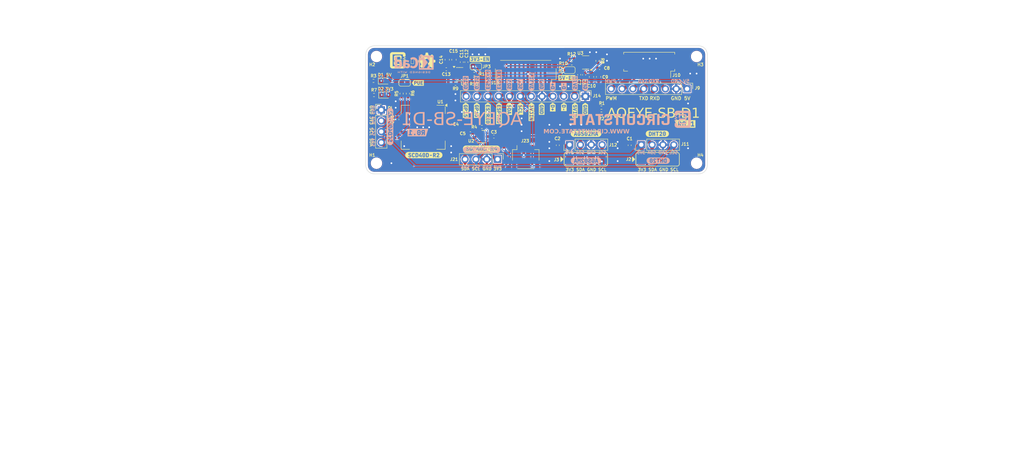
<source format=kicad_pcb>
(kicad_pcb (version 20241229) (generator "pcbnew") (generator_version "9.0")
  (title_block (title "AQEYE-SB-D1") (date "2025-06-05") (rev "0.1") (company "CIRCUITSTATE Electronics LLP") (comment 1 "Designed by: Vishnu Mohanan (@vishnumaiea, @vizmohanan)") (comment 2 "Sensor Board for the AQEYE-MB-D1"))
  (layers (0 "F.Cu" signal) (2 "B.Cu" signal) (13 "F.Paste" user) (15 "B.Paste" user) (5 "F.SilkS" user "F.Silkscreen") (7 "B.SilkS" user "B.Silkscreen") (1 "F.Mask" user) (3 "B.Mask" user) (25 "Edge.Cuts" user))
  (net 0 "")
  (net 1 "+3.3V")
  (net 2 "GND")
  (net 3 "+5V_IN")
  (net 4 "+5V")
  (net 5 "+3.3V_IN")
  (net 6 "Net-(D1-K)")
  (net 7 "Net-(D2-K)")
  (net 8 "/GPIO15")
  (net 9 "/GPIO18")
  (net 10 "/ESP_RXD0")
  (net 11 "/ESP_TXD0")
  (net 12 "/I2C_SDA")
  (net 13 "/I2C_SCL")
  (net 14 "/USB_D+")
  (net 15 "/USB_D-")
  (net 16 "Net-(JP1-B)")
  (net 17 "Net-(J10-Pin_5)")
  (net 18 "Net-(J10-Pin_4)")
  (net 19 "Net-(U3-~{FLG})")
  (net 20 "Net-(U4-~{FLG})")
  (net 22 "Net-(J21-Pin_1)")
  (net 23 "unconnected-(J10-Pin_6-Pad6)")
  (net 24 "unconnected-(J10-Pin_8-Pad8)")
  (net 25 "unconnected-(J10-Pin_7-Pad7)")
  (net 26 "unconnected-(J10-Pin_3-Pad3)")
  (net 27 "Net-(JP2-A)")
  (net 28 "Net-(JP3-A)")
  (footprint "Resistor_SMD:R_0402_1005Metric" (layer "F.Cu") (at 135.345 73.71 180)
    (property "Reference" "R13")
    (property "Value" "10K")
  )
  (footprint "Capacitor_SMD:C_0603_1608Metric" (layer "F.Cu") (at 164.545 73.275 -90)
    (property "Reference" "C9")
    (property "Value" "22uF")
  )
  (footprint "kibuzzard-68408B8A" (layer "F.Cu") (at 161.597945 86.6)
    (property "Reference" "kibuzzard-68408B8A" (hide yes))
    (property "Value" "G***" (hide yes))
  )
  (footprint "CSE_Solderpads:Solderpad_Rounded_Rectangle_0.9x1.5mm" (layer "F.Cu") (at 149.665152 67.344999 180)
    (property "Reference" "J16" (hide yes))
    (property "Value" "GND")
  )
  (footprint "kibuzzard-68408BAF" (layer "F.Cu") (at 137.097945 90.1)
    (property "Reference" "kibuzzard-68408BAF" (hide yes))
    (property "Value" "G***" (hide yes))
  )
  (footprint "Resistor_SMD:R_0402_1005Metric" (layer "F.Cu") (at 158.245 70.105 180)
    (property "Reference" "R10")
    (property "Value" "1K")
  )
  (footprint "kibuzzard-6840895D" (layer "F.Cu") (at 148.8 81.47274 -90)
    (property "Reference" "kibuzzard-6840895D" (hide yes))
    (property "Value" "G***" (hide yes))
  )
  (footprint "LED_SMD:LED_0603_1608Metric" (layer "F.Cu") (at 114.415 74.225)
    (property "Reference" "D1")
    (property "Value" "5V_LED")
  )
  (footprint "kibuzzard-68408E5C" (layer "F.Cu") (at 122.2 74.7)
    (property "Reference" "kibuzzard-68408E5C" (hide yes))
    (property "Value" "G***" (hide yes))
  )
  (footprint "CSE_Solderpads:Solderpad_Rounded_Rectangle_0.9x1.5mm" (layer "F.Cu") (at 154.163788 67.344999 180)
    (property "Reference" "J19" (hide yes))
    (property "Value" "+5V")
  )
  (footprint "Resistor_SMD:R_0402_1005Metric" (layer "F.Cu") (at 118.385 77.195 90)
    (property "Reference" "R5")
    (property "Value" "5.1K")
  )
  (footprint "MountingHole:MountingHole_2.2mm_M2_DIN965" (layer "F.Cu") (at 187.5 93.5)
    (property "Reference" "H4")
    (property "Value" "Mounting Hole")
  )
  (footprint "MountingHole:MountingHole_2.2mm_M2_DIN965" (layer "F.Cu") (at 187.5 68.5)
    (property "Reference" "H3")
    (property "Value" "Mounting Hole")
  )
  (footprint "CSE_Solderpads:Solderpad_Rounded_Rectangle_0.9x1.5mm" (layer "F.Cu") (at 155.663333 67.344999 180)
    (property "Reference" "J20" (hide yes))
    (property "Value" "GND")
  )
  (footprint "Capacitor_SMD:C_0402_1005Metric" (layer "F.Cu") (at 140.005 87.255)
    (property "Reference" "C3")
    (property "Value" "10uF")
  )
  (footprint "Resistor_SMD:R_0402_1005Metric" (layer "F.Cu") (at 135.415 72.585)
    (property "Reference" "R11")
    (property "Value" "1K")
  )
  (footprint "Resistor_SMD:R_0402_1005Metric" (layer "F.Cu") (at 119.875 77.195 90)
    (property "Reference" "R6")
    (property "Value" "5.1K")
  )
  (footprint "Capacitor_SMD:C_0603_1608Metric" (layer "F.Cu") (at 130.655 69.255 90)
    (property "Reference" "C15")
    (property "Value" "22uF")
  )
  (footprint "Sensor:Sensirion_SCD4x-1EP_10.1x10.1mm_P1.25mm_EP4.8x4.8mm" (layer "F.Cu") (at 123.4425 85.0825 -90)
    (property "Reference" "U1")
    (property "Value" "SCD40-D-R2")
  )
  (footprint "kibuzzard-684088E7" (layer "F.Cu") (at 151.2 80.737534 -90)
    (property "Reference" "kibuzzard-684088E7" (hide yes))
    (property "Value" "G***" (hide yes))
  )
  (footprint "CSE_Connector_JST_SH:JST_SH_SM12B-SRSS-TB_1x12-1MP_P1.00mm_Horizontal" (layer "F.Cu") (at 147.475 72.095 180)
    (property "Reference" "J15")
    (property "Value" "MB_CONNECTOR")
  )
  (footprint "Resistor_SMD:R_0402_1005Metric" (layer "F.Cu") (at 111.805 74.205)
    (property "Reference" "R3")
    (property "Value" "330R")
  )
  (footprint "CSE_Solderpads:Solderpad_Rounded_Rectangle_0.9x1.5mm" (layer "F.Cu") (at 146.666061 67.344999 180)
    (property "Reference" "J8" (hide yes))
    (property "Value" "I2C_SCL")
  )
  (footprint "kibuzzard-68408942" (layer "F.Cu") (at 159 81.097945 -90)
    (property "Reference" "kibuzzard-68408942" (hide yes))
    (property "Value" "G***" (hide yes))
  )
  (footprint "CSE_Solder-Jumper:Solder-Jumper-1x2_P1.3mm_Open_Rounded_1.0x1.2mm" (layer "F.Cu") (at 157.695 71.695 180)
    (property "Reference" "JP2")
    (property "Value" "5V_EN")
  )
  (footprint "Capacitor_SMD:C_0402_1005Metric" (layer "F.Cu") (at 161.135001 72.805 -90)
    (property "Reference" "C6")
    (property "Value" "0.1uF")
  )
  (footprint "kibuzzard-68408D87" (layer "F.Cu") (at 123.597945 91.6)
    (property "Reference" "kibuzzard-68408D87" (hide yes))
    (property "Value" "G***" (hide yes))
  )
  (footprint "Package_TO_SOT_SMD:SOT-23-5" (layer "F.Cu") (at 131.975 72.637)
    (property "Reference" "U4")
    (property "Value" "AP22804AW5")
  )
  (footprint "Capacitor_SMD:C_0402_1005Metric" (layer "F.Cu") (at 129.775 84.30875 -90)
    (property "Reference" "C4")
    (property "Value" "0.1uF")
  )
  (footprint "Connector_Molex:Molex_PicoBlade_53261-0871_1x08-1MP_P1.25mm_Horizontal" (layer "F.Cu") (at 176.395 70.225 180)
    (property "Reference" "J10")
    (property "Value" "ZH06_PicoBlade")
  )
  (footprint "kibuzzard-68408979" (layer "F.Cu") (at 141.2 81.827397 -90)
    (property "Reference" "kibuzzard-68408979" (hide yes))
    (property "Value" "G***" (hide yes))
  )
  (footprint "CSE_Solderpads:Solderpad_Rounded_Rectangle_0.9x1.5mm" (layer "F.Cu") (at 145.166515 67.344999 180)
    (property "Reference" "J7" (hide yes))
    (property "Value" "I2C_SDA")
  )
  (footprint "CSE_Graphics:OSHW-Logo-4x3.6mm" (layer "F.Cu") (at 124.3 69.388109)
    (property "Reference" "G***" (hide yes))
    (property "Value" "LOGO" (hide yes))
  )
  (footprint "CSE_Solderpads:Solderpad_Rounded_Rectangle_0.9x1.5mm" (layer "F.Cu") (at 143.66697 67.344999 180)
    (property "Reference" "J6" (hide yes))
    (property "Value" "ESP_TXD0")
  )
  (footprint "CSE_Solderpads:Solderpad_Rounded_Rectangle_0.9x1.5mm" (layer "F.Cu") (at 152.664242 67.344999 180)
    (property "Reference" "J18" (hide yes))
    (property "Value" "USB_D-")
  )
  (footprint "kibuzzard-68408D06" (layer "F.Cu") (at 184.8 84.3)
    (property "Reference" "kibuzzard-68408D06" (hide yes))
    (property "Value" "G***" (hide yes))
  )
  (footprint "Connector_PinHeader_2.54mm:PinHeader_1x04_P2.54mm_Vertical" (layer "F.Cu") (at 157.7425 89.175001 90)
    (property "Reference" "J12")
    (property "Value" "AGS02MA")
  )
  (footprint "CSE_Solder-Jumper:Solder-Jumper-1x2_P1.3mm_Open_Rounded_1.0x1.2mm" (layer "F.Cu") (at 119.105 74.655)
    (property "Reference" "JP1")
    (property "Value" "I2C_PUE")
  )
  (footprint "kibuzzard-68408F46" (layer "F.Cu") (at 157.1 73.5)
    (property "Reference" "kibuzzard-68408F46" (hide yes))
    (property "Value" "G***" (hide yes))
  )
  (footprint "CSE_Package_DFN_QFN:DFN-6-1EP_2.44x2.44mm_P0.8mm_EP1.25x1.7mm" (layer "F.Cu") (at 137.19 87.2575)
    (property "Reference" "U2")
    (property "Value" "SGP40-D-R4")
  )
  (footprint "kibuzzard-68408E86" (layer "F.Cu") (at 136.7 69.1)
    (property "Reference" "kibuzzard-68408E86" (hide yes))
    (property "Value" "G***" (hide yes))
  )
  (footprint "CSE_Solderpads:Solderpad_Rounded_Rectangle_0.9x1.5mm" (layer "F.Cu") (at 148.165606 67.344999 180)
    (property "Reference" "J13" (hide yes))
    (property "Value" "+3.3V")
  )
  (footprint "Resistor_SMD:R_0402_1005Metric" (layer "F.Cu") (at 165.195 81.874999 180)
    (property "Reference" "R2")
    (property "Value" "1K")
  )
  (footprint "Package_TO_SOT_SMD:SOT-23-5" (layer "F.Cu") (at 161.525001 69.894 180)
    (property "Reference" "U3")
    (property "Value" "AP22804AW5")
  )
  (footprint "MountingHole:MountingHole_2.2mm_M2_DIN965" (layer "F.Cu") (at 112.5 93.5)
    (property "Reference" "H1")
    (property "Value" "Mounting Hole")
  )
  (footprint "CSE_Solderpads:Solderpad_1x04_P2.54mm_Rounded_Rectangle" (layer "F.Cu") (at 178.36 92.575001 90)
    (property "Reference" "J2")
    (property "Value" "DHT20_PAD")
  )
  (footprint "Capacitor_SMD:C_0402_1005Metric" (layer "F.Cu") (at 171.815 89.295 90)
    (property "Reference" "C1")
    (property "Value" "0.1uF")
  )
  (footprint "Capacitor_SMD:C_0402_1005Metric" (layer "F.Cu") (at 134.505 86.495)
    (property "Reference" "C5")
    (property "Value" "10uF")
  )
  (footprint "CSE_Solder-Jumper:Solder-Jumper-1x2_P1.3mm_Open_Rounded_1.0x1.2mm" (layer "F.Cu") (at 135.795 70.845 180)
    (property "Reference" "JP3")
    (property "Value" "3V3_EN")
  )
  (footprint "Resistor_SMD:R_0402_1005Metric" (layer "F.Cu") (at 111.915 77.525)
    (property "Reference" "R7")
    (property "Value" "220R")
  )
  (footprint "Capacitor_SMD:C_0402_1005Metric" (layer "F.Cu") (at 133.565 69.825 90)
    (property "Reference" "C12")
    (property "Value" "10uF")
  )
  (footprint "LED_SMD:LED_0603_1608Metric" (layer "F.Cu") (at 114.515 77.515)
    (property "Reference" "D2")
    (property "Value" "3V3_LED")
  )
  (footprint "CSE_Solderpads:Solderpad_Rounded_Rectangle_0.9x1.5mm" (layer "F.Cu") (at 139.168334 67.344999 180)
    (property "Reference" "J1" (hide yes))
    (property "Value" "GPIO15")
  )
  (footprint "Resistor_SMD:R_0402_1005Metric" (layer "F.Cu") (at 165.195 80.485 180)
    (property "Reference" "R1")
    (property "Value" "1K")
  )
  (footprint "CSE_Solderpads:Solderpad_Rounded_Rectangle_0.9x1.5mm" (layer "F.Cu") (at 140.667879 67.344999 180)
    (property "Reference" "J4" (hide yes))
    (property "Value" "GPIO18")
  )
  (footprint "Resistor_SMD:R_0402_1005Metric" (layer "F.Cu") (at 131.015 74.905)
    (property "Reference" "R9")
    (property "Value" "10K")
  )
  (footprint "Capacitor_SMD:C_0603_1608Metric" (layer "F.Cu") (at 162.875 73.275 -90)
    (property "Reference" "C10")
    (property "Value" "22uF")
  )
  (footprint "kibuzzard-68408966" (layer "F.Cu") (at 143.6 80.759726 -90)
    (property "Reference" "kibuzzard-68408966" (hide yes))
    (property "Value" "G***" (hide yes))
  )
  (footprint "Capacitor_SMD:C_0402_1005Metric" (layer "F.Cu") (at 128.855 71.485 180)
    (property "Reference" "C13")
    (property "Value" "0.1uF")
  )
  (footprint "CSE_Graphics:CSE-Emblem" (layer "F.Cu") (at 117.4 69.4)
    (property "Reference" "G***" (hide yes))
    (property "Value" "LOGO" (hide yes))
  )
  (footprint "Capacitor_SMD:C_0402_1005Metric" (layer "F.Cu") (at 164.775 71.185)
    (property "Reference" "C8")
    (property "Value" "0.1uF")
  )
  (footprint "Resistor_SMD:R_0402_1005Metric" (layer "F.Cu") (at 158.215 68.895)
    (property "Reference" "R12")
    (property "Value" "10K")
  )
  (footprint "Capacitor_SMD:C_0402_1005Metric" (layer "F.Cu") (at 159.985 72.775 -90)
    (property "Reference" "C7")
    (property "Value" "10uF")
  )
  (footprint "Connector_PinHeader_2.54mm:PinHeader_1x04_P2.54mm_Vertical" (layer "F.Cu") (at 174.5425 89.175001 90)
    (property "Reference" "J11")
    (property "Value" "DHT20")
  )
  (footprint "CSE_Solderpads:Solderpad_Rounded_Rectangle_0.9x1.5mm" (layer "F.Cu") (at 142.167425 67.344999 180)
    (property "Reference" "J5" (hide yes))
    (property "Value" "ESP_RXD0")
  )
  (footprint "CSE_Solderpads:Solderpad_Rounded_Rectangle_0.9x1.5mm" (layer "F.Cu") (at 151.164697 67.344999 180)
    (property "Reference" "J17" (hide yes))
    (property "Value" "USB_D+")
  )
  (footprint "Resistor_SMD:R_0402_1005Metric" (layer "F.Cu") (at 137.195 85.005 180)
    (property "Reference" "R4")
    (property "Value" "4.7R")
  )
  (footprint "Capacitor_SMD:C_0402_1005Metric" (layer "F.Cu") (at 154.985 89.295 90)
    (property "Reference" "C2")
    (property "Value" "0.1uF")
  )
  (footprint "kibuzzard-6840890A" (layer "F.Cu") (at 133.4 81.1 -90)
    (property "Reference" "kibuzzard-6840890A" (hide yes))
    (property "Value" "G***" (hide yes))
  )
  (footprint "Resistor_SMD:R_0402_1005Metric" (layer "F.Cu") (at 164.285001 69.514999 -90)
    (property "Reference" "R8")
    (property "Value" "10K")
  )
  (footprint "kibuzzard-68408963" (layer "F.Cu") (at 146.2 80.73815 -90)
    (property "Reference" "kibuzzard-68408963" (hide yes))
    (property "Value" "G***" (hide yes))
  )
  (footprint "MountingHole:MountingHole_2.2mm_M2_DIN965" (layer "F.Cu") (at 112.5 68.5)
    (property "Reference" "H2")
    (property "Value" "Mounting Hole")
  )
  (footprint "kibuzzard-6840894F" (layer "F.Cu") (at 156.4 80.305 -90)
    (property "Reference" "kibuzzard-6840894F" (hide yes))
    (property "Value" "G***" (hide yes))
  )
  (footprint "Capacitor_SMD:C_0402_1005Metric" (layer "F.Cu") (at 117.385 83.265001 90)
    (property "Reference" "C16")
    (property "Value" "0.1uF")
  )
  (footprint "kibuzzard-68408956" (layer "F.Cu") (at 153.8 80.357397 -90)
    (property "Reference" "kibuzzard-68408956" (hide yes))
    (property "Value" "G***" (hide yes))
  )
  (footprint "Connector_PinHeader_2.54mm:PinHeader_1x08_P2.54mm_Vertical" (layer "F.Cu") (at 185.27 76.075 -90)
    (property "Reference" "J9")
    (property "Value" "ZH06_Pin")
  )
  (footprint "kibuzzard-68408981" (layer "F.Cu") (at 138.6 81.827397 -90)
    (property "Reference" "kibuzzard-68408981" (hide yes))
    (property "Value" "G***" (hide yes))
  )
  (footprint "Connector_PinHeader_2.54mm:PinHeader_1x12_P2.54mm_Vertical" (layer "F.Cu") (at 161.45 77.825 -90)
    (property "Reference" "J14")
    (property "Value" "MB_PINS")
  )
  (footprint "kibuzzard-6840890A" (layer "F.Cu") (at 136 81.1 -90)
    (property "Reference" "kibuzzard-6840890A" (hide yes))
    (property "Value" "G***" (hide yes))
  )
  (footprint "kibuzzard-684088E7" (layer "F.Cu") (at 161.4 80.737534 -90)
    (property "Reference" "kibuzzard-684088E7" (hide yes))
    (property "Value" "G***" (hide yes))
  )
  (footprint "CSE_Connector_JST_SH:JST_SH_SM04B-SRSS-TB_1x04-1MP_P1.00mm_Horizontal_2" (layer "F.Cu") (at 147.475 92.105)
    (property "Reference" "J23")
    (property "Value" "STEMMA-QT")
  )
  (footprint "Connector_PinHeader_2.54mm:PinHeader_1x04_P2.54mm_Vertical" (layer "F.Cu") (at 140.875 92.575001 -90)
    (property "Reference" "J21")
    (property "Value" "SGP40-D-R4_CONN")
  )
  (footprint "kibuzzard-68408BD4" (layer "F.Cu") (at 178.297945 86.6)
    (property "Reference" "kibuzzard-68408BD4" (hide yes))
    (property "Value" "G***" (hide yes))
  )
  (footprint "Capacitor_SMD:C_0402_1005Metric" (layer "F.Cu") (at 132.495 69.825 90)
    (property "Reference" "C11")
    (property "Value" "0.1uF")
  )
  (footprint "Capacitor_SMD:C_0603_1608Metric" (layer "F.Cu") (at 129.084999 69.255 90)
    (property "Reference" "C14")
    (property "Value" "22uF")
  )
  (footprint "Fiducial:Fiducial_1mm_Mask2mm" (layer "F.Cu") (at 187.5 89)
    (property "Reference" "REF**" (hide yes))
    (property "Value" "Fiducial_1mm_Mask2mm")
  )
  (footprint "CSE_Solderpads:Solderpad_1x04_P2.54mm_Rounded_Rectangle" (layer "F.Cu") (at 161.56 92.575001 90)
    (property "Reference" "J3")
    (property "Value" "AGS02MA_PAD")
  )
  (footprint "Connector_PinHeader_2.54mm:PinHeader_1x04_P2.54mm_Vertical" (layer "F.Cu") (at 113.625 81.025)
    (property "Reference" "J22")
    (property "Value" "SCD40-D-R2_CONN")
  )
  (footprint "kibuzzard-68408D87" (layer "B.Cu") (at 115.7 84.902055 90)
    (property "Reference" "kibuzzard-68408D87" (hide yes))
    (property "Value" "G***" (hide yes))
  )
  (footprint "kibuzzard-68408981" (layer "B.Cu") (at 138.6 74.127397 90)
    (property "Reference" "kibuzzard-68408981" (hide yes))
    (property "Value" "G***" (hide yes))
  )
  (footprint "kibuzzard-68408942" (layer "B.Cu") (at 159 74.856849 90)
    (property "Reference" "kibuzzard-68408942" (hide yes))
    (property "Value" "G***" (hide yes))
  )
  (footprint "kibuzzard-68408BD4" (layer "B.Cu") (at 178.502055 92.900001 180)
    (property "Reference" "kibuzzard-68408BD4" (hide yes))
    (property "Value" "G***" (hide yes))
  )
  (footprint "kibuzzard-68408966" (layer "B.Cu") (at 143.6 75.195068 90)
    (property "Reference" "kibuzzard-68408966" (hide yes))
    (property "Value" "G***" (hide yes))
  )
  (footprint "kibuzzard-68408963" (layer "B.Cu") (at 146.2 75.216644 90)
    (property "Reference" "kibuzzard-68408963" (hide yes))
    (property "Value" "G***" (hide yes))
  )
  (footprint "kibuzzard-6840894F" (layer "B.Cu") (at 156.4 75.649794 90)
    (property "Reference" "kibuzzard-6840894F" (hide yes))
    (property "Value" "G***" (hide yes))
  )
  (footprint "kibuzzard-68408B8A" (layer "B.Cu") (at 161.602055 92.900001 180)
    (property "Reference" "kibuzzard-68408B8A" (hide yes))
    (property "Value" "G***" (hide yes))
  )
  (footprint "kibuzzard-68408BAF" (layer "B.Cu") (at 137.137055 90.4 180)
    (property "Reference" "kibuzzard-68408BAF" (hide yes))
    (property "Value" "G***" (hide yes))
  )
  (footprint "kibuzzard-684088E7" (layer "B.Cu") (at 151.2 75.21726 90)
    (property "Reference" "kibuzzard-684088E7" (hide yes))
    (property "Value" "G***" (hide yes))
  )
  (footprint "kibuzzard-6840890A" (layer "B.Cu") (at 136 74.854794 90)
    (property "Reference" "kibuzzard-6840890A" (hide yes))
    (property "Value" "G***" (hide yes))
  )
  (footprint "SparkFun-Connector:TestPoint-0.75mm" (layer "B.Cu") (at 115.1275 73.177792)
    (property "Reference" "TP1")
    (property "Value" "5V_LED_P")
  )
  (footprint "kibuzzard-68408D06" (layer "B.Cu") (at 122.2 86.32296 180)
    (property "Reference" "kibuzzard-68408D06" (hide yes))
    (property "Value" "G***" (hide yes))
  )
  (footprint "CSE_Graphics:CSE-Logomark-35.6x5mm" (layer "B.Cu") (at 171.9 83.2 180)
    (property "Reference" "G***" (hide yes))
    (property "Value" "LOGO" (hide yes))
  )
  (footprint "SparkFun-Connector:TestPoint-0.75mm" (layer "B.Cu") (at 115.1275 76.374848)
    (property "Reference" "TP3")
    (property "Value" "3V3_LED_P")
  )
  (footprint "SparkFun-Connector:TestPoint-0.75mm" (layer "B.Cu") (at 113.6275 73.177792)
    (property "Reference" "TP2")
    (property "Value" "5V_LED_M")
  )
  (footprint "kibuzzard-684088E7" (layer "B.Cu") (at 161.4 75.21726 90)
    (property "Reference" "kibuzzard-684088E7" (hide yes))
    (property "Value" "G***" (hide yes))
  )
  (footprint "kibuzzard-6840895D" (layer "B.Cu") (at 148.8 74.482054 90)
    (property "Reference" "kibuzzard-6840895D" (hide yes))
    (property "Value" "G***" (hide yes))
  )
  (footprint "SparkFun-Connector:TestPoint-0.75mm" (layer "B.Cu") (at 113.6275 76.374848)
    (property "Reference" "TP4")
    (property "Value" "3V3_LED_M")
  )
  (footprint "kibuzzard-68408956" (layer "B.Cu") (at 153.8 75.597397 90)
    (property "Reference" "kibuzzard-68408956" (hide yes))
    (property "Value" "G***" (hide yes))
  )
  (footprint "kibuzzard-68408979" (layer "B.Cu") (at 141.2 74.127397 90)
    (property "Reference" "kibuzzard-68408979" (hide yes))
    (property "Value" "G***" (hide yes))
  )
  (footprint "kibuzzard-6840890A" (layer "B.Cu") (at 133.4 74.854794 90)
    (property "Reference" "kibuzzard-6840890A" (hide yes))
    (property "Value" "G***" (hide yes))
  )
  (footprint "Symbol:KiCad-Logo2_6mm_SilkScreen" (layer "B.Cu") (at 121.3 69.5 180)
    (property "Reference" "REF**" (hide yes))
    (property "Value" "KiCad-Logo2_6mm_SilkScreen" (hide yes))
  )
  (gr_line (start 190 68) (end 190 94) (stroke (width 0.1)) (layer "Edge.Cuts"))
  (gr_arc (start 188 66) (mid 189.414214 66.585786) (end 190 68) (stroke (width 0.1)) (layer "Edge.Cuts"))
  (gr_line (start 188 96) (end 112 96) (stroke (width 0.1)) (layer "Edge.Cuts"))
  (gr_line (start 110 94) (end 110 68) (stroke (width 0.1)) (layer "Edge.Cuts"))
  (gr_arc (start 190 94) (mid 189.414214 95.414214) (end 188 96) (stroke (width 0.1)) (layer "Edge.Cuts"))
  (gr_arc (start 112 96) (mid 110.585786 95.414214) (end 110 94) (stroke (width 0.1)) (layer "Edge.Cuts"))
  (gr_line (start 112 66) (end 188 66) (stroke (width 0.1)) (layer "Edge.Cuts"))
  (gr_arc (start 110 68) (mid 110.585786 66.585786) (end 112 66) (stroke (width 0.1)) (layer "Edge.Cuts"))
  (gr_text "5V" (at 115.4 72.8 0) (layer "F.SilkS") (effects (font (size 0.7 0.7) (thickness 0.14) (bold yes))))
  (gr_text "GND" (at 182.7 78.3 0) (layer "F.SilkS") (effects (font (size 0.8 0.8) (thickness 0.16) (bold yes))))
  (gr_text "" (at 120.9 69.591066 0) (layer "F.SilkS") (effects (font (size 1 1) (thickness 0.15) (bold yes))))
  (gr_text "SCL" (at 165.4 95 0) (layer "F.SilkS") (effects (font (size 0.7 0.7) (thickness 0.14) (bold yes))))
  (gr_text "SDA" (at 160.3 95 0) (layer "F.SilkS") (effects (font (size 0.7 0.7) (thickness 0.14) (bold yes))))
  (gr_text "3V3" (at 157.8 95 0) (layer "F.SilkS") (effects (font (size 0.7 0.7) (thickness 0.14) (bold yes))))
  (gr_text "GND" (at 179.8 95 0) (layer "F.SilkS") (effects (font (size 0.7 0.7) (thickness 0.14) (bold yes))))
  (gr_text "GND" (at 162.9 95 0) (layer "F.SilkS") (effects (font (size 0.7 0.7) (thickness 0.14) (bold yes))))
  (gr_text "PWM" (at 167.5 78.3 0) (layer "F.SilkS") (effects (font (size 0.8 0.8) (thickness 0.16) (bold yes))))
  (gr_text "SDA" (at 133.3 94.8 0) (layer "F.SilkS") (effects (font (size 0.7 0.7) (thickness 0.14) (bold yes))))
  (gr_text "3V3" (at 140.9 94.8 0) (layer "F.SilkS") (effects (font (size 0.7 0.7) (thickness 0.14) (bold yes))))
  (gr_text "5V" (at 185.3 78.3 0) (layer "F.SilkS") (effects (font (size 0.8 0.8) (thickness 0.16) (bold yes))))
  (gr_text "SDA" (at 177.2 95 0) (layer "F.SilkS") (effects (font (size 0.7 0.7) (thickness 0.14) (bold yes))))
  (gr_text "3V3" (at 174.7 95 0) (layer "F.SilkS") (effects (font (size 0.7 0.7) (thickness 0.14) (bold yes))))
  (gr_text "SCL" (at 111.3 86.1 270) (layer "F.SilkS") (effects (font (size 0.7 0.7) (thickness 0.14) (bold yes))))
  (gr_text "3V3" (at 115.515 76.1 0) (layer "F.SilkS") (effects (font (size 0.7 0.7) (thickness 0.14) (bold yes))))
  (gr_text "3V3" (at 111.3 83.499999 270) (layer "F.SilkS") (effects (font (size 0.7 0.7) (thickness 0.14) (bold yes))))
  (gr_text "SDA" (at 111.3 88.6 270) (layer "F.SilkS") (effects (font (size 0.7 0.7) (thickness 0.14) (bold yes))))
  (gr_text "TXD" (at 175.1 78.3 0) (layer "F.SilkS") (effects (font (size 0.8 0.8) (thickness 0.16) (bold yes))))
  (gr_text "SCL" (at 182.3 95 0) (layer "F.SilkS") (effects (font (size 0.7 0.7) (thickness 0.14) (bold yes))))
  (gr_text "SCL" (at 135.8 94.8 0) (layer "F.SilkS") (effects (font (size 0.7 0.7) (thickness 0.14) (bold yes))))
  (gr_text "RXD" (at 177.7 78.3 0) (layer "F.SilkS") (effects (font (size 0.8 0.8) (thickness 0.16) (bold yes))))
  (gr_text "AQEYE-SB-D1" (at 177.4 81.9 0) (layer "F.SilkS") (effects (font (size 2.3 2.3) (thickness 0.375))))
  (gr_text "GND" (at 111.3 80.999999 270) (layer "F.SilkS") (effects (font (size 0.7 0.7) (thickness 0.14) (bold yes))))
  (gr_text "GND" (at 138.4 94.8 0) (layer "F.SilkS") (effects (font (size 0.7 0.7) (thickness 0.14) (bold yes))))
  (gr_text "3V3" (at 140.9 94.4 0) (layer "B.SilkS") (effects (font (size 0.7 0.7) (thickness 0.14) (bold yes)) (justify mirror)))
  (gr_text "GND" (at 182.7 74.3 0) (layer "B.SilkS") (effects (font (size 0.8 0.8) (thickness 0.16) (bold yes)) (justify mirror)))
  (gr_text "3V3" (at 111.7 83.516666 270) (layer "B.SilkS") (effects (font (size 0.7 0.7) (thickness 0.14) (bold yes)) (justify mirror)))
  (gr_text "PWM" (at 167.3 74.3 0) (layer "B.SilkS") (effects (font (size 0.8 0.8) (thickness 0.16) (bold yes)) (justify mirror)))
  (gr_text "SDA" (at 160.2 91 0) (layer "B.SilkS") (effects (font (size 0.7 0.7) (thickness 0.14) (bold yes)) (justify mirror)))
  (gr_text "SCL" (at 111.7 86.116667 270) (layer "B.SilkS") (effects (font (size 0.7 0.7) (thickness 0.14) (bold yes)) (justify mirror)))
  (gr_text "GND" (at 138.4 94.4 0) (layer "B.SilkS") (effects (font (size 0.7 0.7) (thickness 0.14) (bold yes)) (justify mirror)))
  (gr_text "SDA" (at 177 91 0) (layer "B.SilkS") (effects (font (size 0.7 0.7) (thickness 0.14) (bold yes)) (justify mirror)))
  (gr_text "3V3" (at 157.7 91 0) (layer "B.SilkS") (effects (font (size 0.7 0.7) (thickness 0.14) (bold yes)) (justify mirror)))
  (gr_text "SCL" (at 182.1 91 0) (layer "B.SilkS") (effects (font (size 0.7 0.7) (thickness 0.14) (bold yes)) (justify mirror)))
  (gr_text "SDA" (at 111.7 88.616668 270) (layer "B.SilkS") (effects (font (size 0.7 0.7) (thickness 0.14) (bold yes)) (justify mirror)))
  (gr_text "5V" (at 185.1 74.3 0) (layer "B.SilkS") (effects (font (size 0.8 0.8) (thickness 0.16) (bold yes)) (justify mirror)))
  (gr_text "AQEYE-SB-D1" (at 132.5 83.322961 0) (layer "B.SilkS") (effects (font (size 3 3) (thickness 0.375)) (justify mirror)))
  (gr_text "TXD" (at 174.9 74.3 0) (layer "B.SilkS") (effects (font (size 0.8 0.8) (thickness 0.16) (bold yes)) (justify mirror)))
  (gr_text "RXD" (at 177.5 74.3 0) (layer "B.SilkS") (effects (font (size 0.8 0.8) (thickness 0.16) (bold yes)) (justify mirror)))
  (gr_text "SCL" (at 165.3 91 0) (layer "B.SilkS") (effects (font (size 0.7 0.7) (thickness 0.14) (bold yes)) (justify mirror)))
  (gr_text "GND" (at 179.6 91 0) (layer "B.SilkS") (effects (font (size 0.7 0.7) (thickness 0.14) (bold yes)) (justify mirror)))
  (gr_text "SCL" (at 135.799999 94.4 0) (layer "B.SilkS") (effects (font (size 0.7 0.7) (thickness 0.14) (bold yes)) (justify mirror)))
  (gr_text "3V3" (at 174.5 91 0) (layer "B.SilkS") (effects (font (size 0.7 0.7) (thickness 0.14) (bold yes)) (justify mirror)))
  (gr_text "GND" (at 162.8 91 0) (layer "B.SilkS") (effects (font (size 0.7 0.7) (thickness 0.14) (bold yes)) (justify mirror)))
  (gr_text "GND" (at 111.699999 81.016666 270) (layer "B.SilkS") (effects (font (size 0.7 0.7) (thickness 0.14) (bold yes)) (justify mirror)))
  (gr_text "SDA" (at 133.299999 94.4 0) (layer "B.SilkS") (effects (font (size 0.7 0.7) (thickness 0.14) (bold yes)) (justify mirror)))
  (gr_text "WWW.CIRCUITSTATE.COM" (at 171.8 86.1 0) (layer "B.SilkS") (effects (font (size 1 1) (thickness 0.2) (bold yes)) (justify left mirror)))
  (segment (start 142.4 90.3) (end 142.4 85.7) (width 0.6) (layer "F.Cu") (net 1))
  (segment (start 157.7425 92.567501) (end 157.75 92.575001) (width 0.6) (layer "F.Cu") (net 1))
  (segment (start 129.084999 71.234999) (end 129.335 71.485) (width 0.4) (layer "F.Cu") (net 1))
  (segment (start 129.084999 70.03) (end 129.084999 71.234999) (width 0.4) (layer "F.Cu") (net 1))
  (segment (start 118.145 74.655) (end 118.455001 74.655) (width 0.6) (layer "F.Cu") (net 1))
  (segment (start 139.525 87.255) (end 139.525 83.8575) (width 0.6) (layer "F.Cu") (net 1))
  (segment (start 119.205001 83.745001) (end 119.2925 83.8325) (width 0.6) (layer "F.Cu") (net 1))
  (segment (start 120.001477 72.6) (end 129.335 72.6) (width 0.6) (layer "F.Cu") (net 1))
  (segment (start 129.335 72.6) (end 129.335 71.485) (width 0.6) (layer "F.Cu") (net 1))
  (segment (start 138.34 87.2575) (end 139.5225 87.2575) (width 0.6) (layer "F.Cu") (net 1))
  (segment (start 137.7 83.8325) (end 127.5925 83.8325) (width 0.6) (layer "F.Cu") (net 1))
  (segment (start 139.5225 87.2575) (end 139.525 87.255) (width 0.6) (layer "F.Cu") (net 1))
  (segment (start 174.5425 92.567501) (end 174.55 92.575001) (width 0.6) (layer "F.Cu") (net 1))
  (segment (start 137.704999 85.005) (end 137.704999 83.837499) (width 0.6) (layer "F.Cu") (net 1))
  (segment (start 137.704999 83.837499) (end 137.7 83.8325) (width 0.6) (layer "F.Cu") (net 1))
  (segment (start 142.4 85.7) (end 140.5325 83.8325) (width 0.6) (layer "F.Cu") (net 1))
  (segment (start 115.3025 77.4975) (end 118.145 74.655) (width 0.6) (layer "F.Cu") (net 1))
  (segment (start 115.3025 77.515) (end 115.3025 77.4975) (width 0.6) (layer "F.Cu") (net 1))
  (segment (start 118.455001 74.655) (end 118.455001 74.146476) (width 0.6) (layer "F.Cu") (net 1))
  (segment (start 129.084999 70.03) (end 130.655 70.03) (width 0.4) (layer "F.Cu") (net 1))
  (segment (start 118.455001 74.146476) (end 120.001477 72.6) (width 0.6) (layer "F.Cu") (net 1))
  (segment (start 174.5425 89.175001) (end 174.5425 92.567501) (width 0.6) (layer "F.Cu") (net 1))
  (segment (start 115.3025 83.547501) (end 115.3025 77.515) (width 0.6) (layer "F.Cu") (net 1))
  (segment (start 113.625 83.565) (end 113.805001 83.745001) (width 0.6) (layer "F.Cu") (net 1))
  (segment (start 129.775 83.82875) (end 129.335 83.38875) (width 0.6) (layer "F.Cu") (net 1))
  (segment (start 147 90.13) (end 146.975 90.105) (width 0.6) (layer "F.Cu") (net 1))
  (segment (start 117.385 83.745001) (end 119.205001 83.745001) (width 0.6) (layer "F.Cu") (net 1))
  (segment (start 139.5 83.8325) (end 137.7 83.8325) (width 0.6) (layer "F.Cu") (net 1))
  (segment (start 157.7425 89.175001) (end 157.7425 92.567501) (width 0.6) (layer "F.Cu") (net 1))
  (segment (start 115.5 83.745001) (end 117.385 83.745001) (width 0.6) (layer "F.Cu") (net 1))
  (segment (start 140.5325 83.8325) (end 139.5 83.8325) (width 0.6) (layer "F.Cu") (net 1))
  (segment (start 171.815 89.775) (end 173.942501 89.775) (width 0.6) (layer "F.Cu") (net 1))
  (segment (start 130.8375 70.2125) (end 130.655 70.03) (width 0.4) (layer "F.Cu") (net 1))
  (segment (start 157.142501 89.775) (end 157.7425 89.175001) (width 0.6) (layer "F.Cu") (net 1))
  (segment (start 173.942501 89.775) (end 174.5425 89.175001) (width 0.6) (layer "F.Cu") (net 1))
  (segment (start 113.805001 83.745001) (end 115.5 83.745001) (width 0.6) (layer "F.Cu") (net 1))
  (segment (start 130.8375 71.687) (end 130.8375 70.2125) (width 0.4) (layer "F.Cu") (net 1))
  (segment (start 154.985 89.775) (end 157.142501 89.775) (width 0.6) (layer "F.Cu") (net 1))
  (segment (start 139.525 83.8575) (end 139.5 83.8325) (width 0.6) (layer "F.Cu") (net 1))
  (segment (start 129.335 83.38875) (end 129.335 72.6) (width 0.6) (layer "F.Cu") (net 1))
  (segment (start 147 91.6) (end 147 90.13) (width 0.6) (layer "F.Cu") (net 1))
  (segment (start 129.335 71.485) (end 130.6355 71.485) (width 0.4) (layer "F.Cu") (net 1))
  (segment (start 130.6355 71.485) (end 130.8375 71.687) (width 0.4) (layer "F.Cu") (net 1))
  (segment (start 115.5 83.745001) (end 115.3025 83.547501) (width 0.6) (layer "F.Cu") (net 1))
  (via (at 147 91.6) (size 0.8) (drill 0.4) (layers "F.Cu" "B.Cu") (net 1))
  (via (at 115.3025 77.515) (size 0.6) (drill 0.3) (layers "F.Cu" "B.Cu") (net 1))
  (via (at 142.4 90.3) (size 0.8) (drill 0.4) (layers "F.Cu" "B.Cu") (net 1))
  (segment (start 115.1275 77.34) (end 115.1275 76.374848) (width 0.4) (layer "B.Cu") (net 1))
  (segment (start 143.7 91.6) (end 142.4 90.3) (width 0.6) (layer "B.Cu") (net 1))
  (segment (start 157.7425 91.3) (end 157.7425 89.175001) (width 0.6) (layer "B.Cu") (net 1))
  (segment (start 115.3025 77.515) (end 115.1275 77.34) (width 0.4) (layer "B.Cu") (net 1))
  (segment (start 159.1 91.6) (end 147 91.6) (width 0.6) (layer "B.Cu") (net 1))
  (segment (start 147 91.6) (end 143.7 91.6) (width 0.6) (layer "B.Cu") (net 1))
  (segment (start 174.5425 89.175001) (end 172.117501 91.6) (width 0.6) (layer "B.Cu") (net 1))
  (segment (start 172.117501 91.6) (end 159.1 91.6) (width 0.6) (layer "B.Cu") (net 1))
  (segment (start 134.301 87.701) (end 134.025 87.425) (width 0.4) (layer "F.Cu") (net 2))
  (segment (start 132.185001 69.345) (end 133.565 69.345) (width 0.4) (layer "F.Cu") (net 2))
  (segment (start 135.299 87.701) (end 134.301 87.701) (width 0.4) (layer "F.Cu") (net 2))
  (segment (start 131.901 70.78997) (end 131.784 70.67297) (width 0.4) (layer "F.Cu") (net 2))
  (segment (start 135.7425 87.2575) (end 135.299 87.701) (width 0.4) (layer "F.Cu") (net 2))
  (segment (start 130.8375 72.637) (end 131.333388 72.637) (width 0.4) (layer "F.Cu") (net 2))
  (segment (start 131.784 69.746001) (end 132.185001 69.345) (width 0.4) (layer "F.Cu") (net 2))
  (segment (start 136.04 87.2575) (end 135.7425 87.2575) (width 0.4) (layer "F.Cu") (net 2))
  (segment (start 131.901 72.069388) (end 131.901 70.78997) (width 0.4) (layer "F.Cu") (net 2))
  (segment (start 131.333388 72.637) (end 131.901 72.069388) (width 0.4) (layer "F.Cu") (net 2))
  (segment (start 131.784 70.67297) (end 131.784 69.746001) (width 0.4) (layer "F.Cu") (net 2))
  (segment (start 134.025 87.425) (end 134.025 86.495) (width 0.4) (layer "F.Cu") (net 2))
  (via (at 117 80.5) (size 0.8) (drill 0.4) (layers "F.Cu" "B.Cu") (net 2))
  (via (at 164 67.5) (size 0.8) (drill 0.4) (layers "F.Cu" "B.Cu") (net 2))
  (via (at 187.5 72.5) (size 0.8) (drill 0.4) (layers "F.Cu" "B.Cu") (net 2))
  (via (at 130 89.5) (size 0.8) (drill 0.4) (layers "F.Cu" "B.Cu") (net 2))
  (via (at 153 84.5) (size 0.8) (drill 0.4) (layers "F.Cu" "B.Cu") (net 2))
  (via (at 157.5 75.5) (size 0.8) (drill 0.4) (layers "F.Cu" "B.Cu") (net 2))
  (via (at 160.5 84.5) (size 0.8) (drill 0.4) (layers "F.Cu" "B.Cu") (net 2))
  (via (at 153 90) (size 0.8) (drill 0.4) (layers "F.Cu" "B.Cu") (net 2))
  (via (at 136.5 68) (size 0.8) (drill 0.4) (layers "F.Cu" "B.Cu") (net 2))
  (via (at 178 69) (size 0.8) (drill 0.4) (layers "F.Cu" "B.Cu") (net 2))
  (via (at 134.5 81.5) (size 0.8) (drill 0.4) (layers "F.Cu" "B.Cu") (net 2))
  (via (at 122.0425 85.0825) (size 0.8) (drill 0.4) (layers "F.Cu" "B.Cu") (net 2))
  (via (at 186 72.5) (size 0.8) (drill 0.4) (layers "F.Cu" "B.Cu") (net 2))
  (via (at 153 88.5) (size 0.8) (drill 0.4) (layers "F.Cu" "B.Cu") (net 2))
  (via (at 130 91) (size 0.8) (drill 0.4) (layers "F.Cu" "B.Cu") (net 2))
  (via (at 124.8425 85.0825) (size 0.8) (drill 0.4) (layers "F.Cu" "B.Cu") (net 2))
  (via (at 132.5 81.5) (size 0.8) (drill 0.4) (layers "F.Cu" "B.Cu") (net 2))
  (via (at 146.5 84.5) (size 0.8) (drill 0.4) (layers "F.Cu" "B.Cu") (net 2))
  (via (at 162.5 67.5) (size 0.8) (drill 0.4) (layers "F.Cu" "B.Cu") (net 2))
  (via (at 169 90) (size 0.8) (drill 0.4) (layers "F.Cu" "B.Cu") (net 2))
  (via (at 131 77.3) (size 0.8) (drill 0.4) (layers "F.Cu" "B.Cu") (net 2))
  (via (at 153 93) (size 0.8) (drill 0.4) (layers "F.Cu" "B.Cu") (net 2))
  (via (at 116 93.5) (size 0.8) (drill 0.4) (layers "F.Cu" "B.Cu") (net 2))
  (via (at 175 69) (size 0.8) (drill 0.4) (layers "F.Cu" "B.Cu") (net 2))
  (via (at 138.5 81.5) (size 0.8) (drill 0.4) (layers "F.Cu" "B.Cu") (net 2))
  (via (at 146.5 86) (size 0.8) (drill 0.4) (layers "F.Cu" "B.Cu") (net 2))
  (via (at 117 79) (size 0.8) (drill 0.4) (layers "F.Cu" "B.Cu") (net 2))
  (via (at 155.5 69) (size 0.8) (drill 0.4) (layers "F.Cu" "B.Cu") (net 2))
  (via (at 146.5 83) (size 0.8) (drill 0.4) (layers "F.Cu" "B.Cu") (net 2))
  (via (at 123.4425 85.0825) (size 0.8) (drill 0.4) (layers "F.Cu" "B.Cu") (net 2))
  (via (at 155.5 75.5) (size 0.8) (drill 0.4) (layers "F.Cu" "B.Cu") (net 2))
  (via (at 185.5 90) (size 0.8) (drill 0.4) (layers "F.Cu" "B.Cu") (net 2))
  (via (at 169 88.5) (size 0.8) (drill 0.4) (layers "F.Cu" "B.Cu") (net 2))
  (via (at 158 84.5) (size 0.8) (drill 0.4) (layers "F.Cu" "B.Cu") (net 2))
  (via (at 135 68) (size 0.8) (drill 0.4) (layers "F.Cu" "B.Cu") (net 2))
  (via (at 136.5 81.5) (size 0.8) (drill 0.4) (layers "F.Cu" "B.Cu") (net 2))
  (via (at 155.5 84.5) (size 0.8) (drill 0.4) (layers "F.Cu" "B.Cu") (net 2))
  (via (at 131 78.8) (size 0.8) (drill 0.4) (layers "F.Cu" "B.Cu") (net 2))
  (via (at 119 89.5) (size 0.8) (drill 0.4) (layers "F.Cu" "B.Cu") (net 2))
  (via (at 185.5 79.5) (size 0.8) (drill 0.4) (layers "F.Cu" "B.Cu") (net 2))
  (via (at 176.5 69) (size 0.8) (drill 0.4) (layers "F.Cu" "B.Cu") (net 2))
  (via (at 169 93) (size 0.8) (drill 0.4) (layers "F.Cu" "B.Cu") (net 2))
  (via (at 166.5 69.5) (size 0.8) (drill 0.4) (layers "F.Cu" "B.Cu") (net 2))
  (via (at 138 68) (size 0.8) (drill 0.4) (layers "F.Cu" "B.Cu") (net 2))
  (via (at 166.5 68) (size 0.8) (drill 0.4) (layers "F.Cu" "B.Cu") (net 2))
  (segment (start 158.807241 72.8) (end 158.91 72.902759) (width 0.6) (layer "F.Cu") (net 3))
  (segment (start 154.163788 67.736212) (end 151.975 69.925) (width 0.6) (layer "F.Cu") (net 3))
  (segment (start 159.985 72.295) (end 160.4 72.295) (width 0.6) (layer "F.Cu") (net 3))
  (segment (start 164.309999 70) (end 164.285001 70.024998) (width 0.4) (layer "F.Cu") (net 3))
  (segment (start 161.135001 72.325) (end 161.475 72.325) (width 0.6) (layer "F.Cu") (net 3))
  (segment (start 161.475 72.325) (end 161.7 72.1) (width 0.6) (layer "F.Cu") (net 3))
  (segment (start 151.975 69.925) (end 151.975 72.8) (width 0.6) (layer "F.Cu") (net 3))
  (segment (start 160.4 72.295) (end 160.387501 72.282501) (width 0.6) (layer "F.Cu") (net 3))
  (segment (start 159.985 72.295) (end 159.312241 72.295) (width 0.6) (layer "F.Cu") (net 3))
  (segment (start 158.807241 72.8) (end 151.975 72.8) (width 0.6) (layer "F.Cu") (net 3))
  (segment (start 164.9 70) (end 164.309999 70) (width 0.4) (layer "F.Cu") (net 3))
  (segment (start 160.015 72.325) (end 161.075001 72.325) (width 0.6) (layer "F.Cu") (net 3))
  (segment (start 160.387501 72.282501) (end 160.387501 70.843999) (width 0.6) (layer "F.Cu") (net 3))
  (segment (start 159.312241 72.295) (end 158.807241 72.8) (width 0.6) (layer "F.Cu") (net 3))
  (segment (start 154.163788 67.344999) (end 154.163788 67.736212) (width 0.6) (layer "F.Cu") (net 3))
  (segment (start 159.985 72.295) (end 160.015 72.325) (width 0.6) (layer "F.Cu") (net 3))
  (segment (start 151.975 72.8) (end 151.975 74.095) (width 0.6) (layer "F.Cu") (net 3))
  (segment (start 158.91 72.902759) (end 158.91 77.825) (width 0.6) (layer "F.Cu") (net 3))
  (via (at 164.9 70) (size 0.6) (drill 0.3) (layers "F.Cu" "B.Cu") (net 3))
  (via (at 161.7 72.1) (size 0.6) (drill 0.3) (layers "F.Cu" "B.Cu") (net 3))
  (segment (start 161.7 72.1) (end 162.8 72.1) (width 0.4) (layer "B.Cu") (net 3))
  (segment (start 162.8 72.1) (end 164.9 70) (width 0.4) (layer "B.Cu") (net 3))
  (segment (start 185.27 76.075) (end 181.82 72.625) (width 0.6) (layer "F.Cu") (net 4))
  (segment (start 181.82 72.625) (end 180.77 72.625) (width 0.6) (layer "F.Cu") (net 4))
  (segment (start 116.175 74.225) (end 116.2 74.2) (width 0.4) (layer "F.Cu") (net 4))
  (segment (start 164.295 72.25) (end 164.545 72.5) (width 0.6) (layer "F.Cu") (net 4))
  (segment (start 115.2025 74.225) (end 116.175 74.225) (width 0.4) (layer "F.Cu") (net 4))
  (segment (start 162.662501 72.287501) (end 162.875 72.5) (width 0.6) (layer "F.Cu") (net 4))
  (segment (start 180.77 72.625) (end 180.77 71.825) (width 0.6) (layer "F.Cu") (net 4))
  (segment (start 169.814002 72.5) (end 164.545 72.5) (width 0.6) (layer "F.Cu") (net 4))
  (segment (start 164.545 72.5) (end 162.875 72.5) (width 0.6) (layer "F.Cu") (net 4))
  (segment (start 164.295 71.185) (end 164.4 71.08) (width 0.4) (layer "F.Cu") (net 4))
  (segment (start 164.295 71.185) (end 164.295 72.25) (width 0.6) (layer "F.Cu") (net 4))
  (segment (start 162.662501 70.843999) (end 162.662501 72.287501) (width 0.6) (layer "F.Cu") (net 4))
  (segment (start 180.77 71.825) (end 180.269 71.324) (width 0.6) (layer "F.Cu") (net 4))
  (segment (start 180.269 71.324) (end 170.990002 71.324) (width 0.6) (layer "F.Cu") (net 4))
  (segment (start 170.990002 71.324) (end 169.814002 72.5) (width 0.6) (layer "F.Cu") (net 4))
  (via (at 116.2 74.2) (size 0.6) (drill 0.3) (layers "F.Cu" "B.Cu") (net 4))
  (segment (start 183.395 74.2) (end 185.27 76.075) (width 0.4) (layer "B.Cu") (net 4))
  (segment (start 116.2 74.2) (end 183.395 74.2) (width 0.4) (layer "B.Cu") (net 4))
  (segment (start 115.177792 73.177792) (end 116.2 74.2) (width 0.4) (layer "B.Cu") (net 4))
  (segment (start 115.1275 73.177792) (end 115.177792 73.177792) (width 0.4) (layer "B.Cu") (net 4))
  (segment (start 133.565 70.305) (end 134.605001 70.305) (width 0.5) (layer "F.Cu") (net 5))
  (segment (start 147.975 74.095) (end 147.975 72.625) (width 0.6) (layer "F.Cu") (net 5))
  (segment (start 147.975 72.625) (end 148 72.6) (width 0.6) (layer "F.Cu") (net 5))
  (segment (start 133.1125 71.8875) (end 133.1125 71.687) (width 0.5) (layer "F.Cu") (net 5))
  (segment (start 156.2 71.7) (end 157.040001 71.7) (width 0.5) (layer "F.Cu") (net 5))
  (segment (start 133 70.305) (end 133.565 70.305) (width 0.5) (layer "F.Cu") (net 5))
  (segment (start 148.75 77.825) (end 147.975 77.05) (width 0.6) (layer "F.Cu") (net 5))
  (segment (start 148 72.6) (end 148 67.510605) (width 0.6) (layer "F.Cu") (net 5))
  (segment (start 132 73) (end 133.1125 71.8875) (width 0.5) (layer "F.Cu") (net 5))
  (segment (start 132 74.429999) (end 132 73) (width 0.5) (layer "F.Cu") (net 5))
  (segment (start 132.495 70.305) (end 133 70.305) (width 0.5) (layer "F.Cu") (net 5))
  (segment (start 157.040001 71.7) (end 157.045001 71.695) (width 0.5) (layer "F.Cu") (net 5))
  (segment (start 133.1125 71.687) (end 133.1125 70.4175) (width 0.5) (layer "F.Cu") (net 5))
  (segment (start 148 67.510605) (end 148.165606 67.344999) (width 0.6) (layer "F.Cu") (net 5))
  (segment (start 131.524999 74.905) (end 132 74.429999) (width 0.5) (layer "F.Cu") (net 5))
  (segment (start 147.975 77.05) (end 147.975 74.095) (width 0.6) (layer "F.Cu") (net 5))
  (segment (start 134.605001 70.305) (end 135.145001 70.845) (width 0.5) (layer "F.Cu") (net 5))
  (segment (start 133.1125 70.4175) (end 133 70.305) (width 0.5) (layer "F.Cu") (net 5))
  (via (at 135.145001 70.845) (size 0.8) (drill 0.4) (layers "F.Cu" "B.Cu") (net 5))
  (via (at 156.2 71.7) (size 0.6) (drill 0.3) (layers "F.Cu" "B.Cu") (net 5))
  (via (at 148 72.6) (size 0.8) (drill 0.4) (layers "F.Cu" "B.Cu") (net 5))
  (segment (start 148.1 72.7) (end 155.2 72.7) (width 0.5) (layer "B.Cu") (net 5))
  (segment (start 135.145001 70.845) (end 137.000001 72.7) (width 0.5) (layer "B.Cu") (net 5))
  (segment (start 137.000001 72.7) (end 147.9 72.7) (width 0.5) (layer "B.Cu") (net 5))
  (segment (start 148 72.6) (end 148.1 72.7) (width 0.5) (layer "B.Cu") (net 5))
  (segment (start 155.2 72.7) (end 156.2 71.7) (width 0.5) (layer "B.Cu") (net 5))
  (segment (start 147.9 72.7) (end 148 72.6) (width 0.5) (layer "B.Cu") (net 5))
  (segment (start 113.6075 74.205) (end 113.6275 74.225) (width 0.4) (layer "F.Cu") (net 6))
  (segment (start 112.315 74.205) (end 113.6075 74.205) (width 0.4) (layer "F.Cu") (net 6))
  (via (at 113.6275 74.225) (size 0.6) (drill 0.3) (layers "F.Cu" "B.Cu") (net 6))
  (segment (start 113.6275 74.225) (end 113.6275 73.177792) (width 0.4) (layer "B.Cu") (net 6))
  (segment (start 112.425 77.525) (end 113.7175 77.525) (width 0.4) (layer "F.Cu") (net 7))
  (segment (start 113.7175 77.525) (end 113.7275 77.515) (width 0.4) (layer "F.Cu") (net 7))
  (via (at 113.7275 77.515) (size 0.6) (drill 0.3) (layers "F.Cu" "B.Cu") (net 7))
  (segment (start 113.7 76.447348) (end 113.6275 76.374848) (width 0.4) (layer "B.Cu") (net 7))
  (segment (start 113.7275 77.515) (end 113.7 77.4875) (width 0.4) (layer "B.Cu") (net 7))
  (segment (start 113.7 77.4875) (end 113.7 76.447348) (width 0.4) (layer "B.Cu") (net 7))
  (segment (start 133.1 75) (end 133.1 77.414999) (width 0.4) (layer "F.Cu") (net 8))
  (segment (start 133.1125 73.587) (end 134.712001 73.587) (width 0.4) (layer "F.Cu") (net 8))
  (segment (start 139.3 75) (end 141.07 75) (width 0.4) (layer "F.Cu") (net 8))
  (segment (start 134.835001 72.655) (end 134.905001 72.585) (width 0.4) (layer "F.Cu") (net 8))
  (segment (start 139.168334 67.344999) (end 139.168334 74.868334) (width 0.4) (layer "F.Cu") (net 8))
  (segment (start 133.1 75) (end 139.3 75) (width 0.4) (layer "F.Cu") (net 8))
  (segment (start 134.712001 73.587) (end 134.835001 73.71) (width 0.4) (layer "F.Cu") (net 8))
  (segment (start 133.1 73.5995) (end 133.1 75) (width 0.4) (layer "F.Cu") (net 8))
  (segment (start 139.168334 74.868334) (end 139.3 75) (width 0.4) (layer "F.Cu") (net 8))
  (segment (start 134.835001 73.71) (end 134.835001 72.655) (width 0.4) (layer "F.Cu") (net 8))
  (segment (start 133.1125 73.587) (end 133.1 73.5995) (width 0.4) (layer "F.Cu") (net 8))
  (segment (start 133.1 77.414999) (end 133.510001 77.825) (width 0.4) (layer "F.Cu") (net 8))
  (segment (start 141.07 75) (end 141.975 74.095) (width 0.4) (layer "F.Cu") (net 8))
  (segment (start 142.243999 75.601) (end 142.975 74.869999) (width 0.4) (layer "F.Cu") (net 9))
  (segment (start 158.774 68.944001) (end 158.724999 68.895) (width 0.4) (layer "F.Cu") (net 9))
  (segment (start 158.724999 68.5) (end 158.724999 68.895) (width 0.4) (layer "F.Cu") (net 9))
  (segment (start 136.05 77.825) (end 138.274 75.601) (width 0.4) (layer "F.Cu") (net 9))
  (segment (start 138.274 75.601) (end 142.243999 75.601) (width 0.4) (layer "F.Cu") (net 9))
  (segment (start 160.387501 68.944001) (end 158.774 68.944001) (width 0.4) (layer "F.Cu") (net 9))
  (segment (start 142.975 74.869999) (end 142.975 74.095) (width 0.4) (layer "F.Cu") (net 9))
  (segment (start 140.667879 67.344999) (end 140.667879 67.767879) (width 0.4) (layer "F.Cu") (net 9))
  (segment (start 142.975 70.075) (end 142.975 74.095) (width 0.4) (layer "F.Cu") (net 9))
  (segment (start 158.754999 68.925) (end 158.724999 68.895) (width 0.4) (layer "F.Cu") (net 9))
  (segment (start 158.754999 70.105) (end 158.754999 68.925) (width 0.4) (layer "F.Cu") (net 9))
  (segment (start 140.667879 67.767879) (end 142.975 70.075) (width 0.4) (layer "F.Cu") (net 9))
  (via (at 143 70.7) (size 0.6) (drill 0.3) (layers "F.Cu" "B.Cu") (net 9))
  (via (at 158.724999 68.5) (size 0.6) (drill 0.3) (layers "F.Cu" "B.Cu") (net 9))
  (segment (start 158.7 68.5) (end 156.5 70.7) (width 0.4) (layer "B.Cu") (net 9))
  (segment (start 156.5 70.7) (end 143 70.7) (width 0.4) (layer "B.Cu") (net 9))
  (segment (start 158.724999 68.5) (end 158.7 68.5) (width 0.4) (layer "B.Cu") (net 9))
  (segment (start 138.59 77.825) (end 140.213 76.202) (width 0.4) (layer "F.Cu") (net 10))
  (segment (start 164.300001 80.1) (end 164.685001 80.485) (width 0.4) (layer "F.Cu") (net 10))
  (segment (start 144.4 80.1) (end 164.300001 80.1) (width 0.4) (layer "F.Cu") (net 10))
  (segment (start 143.975 74.869999) (end 143.975 74.095) (width 0.4) (layer "F.Cu") (net 10))
  (segment (start 142.642999 76.202) (end 143.975 74.869999) (width 0.4) (layer "F.Cu") (net 10))
  (segment (start 143.975 69.975) (end 143.975 74.095) (width 0.4) (layer "F.Cu") (net 10))
  (segment (start 142.167425 67.344999) (end 142.167425 68.167425) (width 0.4) (layer "F.Cu") (net 10))
  (segment (start 142.167425 68.167425) (end 143.975 69.975) (width 0.4) (layer "F.Cu") (net 10))
  (segment (start 140.213 76.202) (end 142.642999 76.202) (width 0.4) (layer "F.Cu") (net 10))
  (via (at 144.4 80.1) (size 0.6) (drill 0.3) (layers "F.Cu" "B.Cu") (net 10))
  (segment (start 138.59 78.09) (end 138.59 77.825) (width 0.4) (layer "B.Cu") (net 10))
  (segment (start 144.4 80.1) (end 140.6 80.1) (width 0.4) (layer "B.Cu") (net 10))
  (segment (start 140.6 80.1) (end 138.59 78.09) (width 0.4) (layer "B.Cu") (net 10))
  (segment (start 148.4 81.9) (end 164.66 81.9) (width 0.4) (layer "F.Cu") (net 11))
  (segment (start 164.66 81.9) (end 164.685001 81.874999) (width 0.4) (layer "F.Cu") (net 11))
  (segment (start 144.975 69.875) (end 144.975 74.095) (width 0.4) (layer "F.Cu") (net 11))
  (segment (start 147.5 81) (end 148.4 81.9) (width 0.4) (layer "F.Cu") (net 11))
  (segment (start 141.13 77.825) (end 141.900817 77.825) (width 0.4) (layer "F.Cu") (net 11))
  (segment (start 141.900817 77.825) (end 144.975 74.750817) (width 0.4) (layer "F.Cu") (net 11))
  (segment (start 143.66697 68.56697) (end 144.975 69.875) (width 0.4) (layer "F.Cu") (net 11))
  (segment (start 144.975 74.750817) (end 144.975 74.095) (width 0.4) (layer "F.Cu") (net 11))
  (segment (start 143.66697 67.344999) (end 143.66697 68.56697) (width 0.4) (layer "F.Cu") (net 11))
  (via (at 147.5 81) (size 0.6) (drill 0.3) (layers "F.Cu" "B.Cu") (net 11))
  (segment (start 147.5 81) (end 145.7 79.2) (width 0.4) (layer "B.Cu") (net 11))
  (segment (start 141.13 78.03) (end 141.13 77.825) (width 0.4) (layer "B.Cu") (net 11))
  (segment (start 145.7 79.2) (end 142.3 79.2) (width 0.4) (layer "B.Cu") (net 11))
  (segment (start 142.3 79.2) (end 141.13 78.03) (width 0.4) (layer "B.Cu") (net 11))
  (segment (start 119.9 78.5) (end 119.9 77.729999) (width 0.4) (layer "F.Cu") (net 12))
  (segment (start 147.975 87.225) (end 148.1 87.1) (width 0.4) (layer "F.Cu") (net 12))
  (segment (start 145.975 75.519999) (end 145.975 74.095) (width 0.4) (layer "F.Cu") (net 12))
  (segment (start 148.1 87.1) (end 160.2 87.1) (width 0.4) (layer "F.Cu") (net 12))
  (segment (start 160.2825 87.1825) (end 160.2 87.1) (width 0.4) (layer "F.Cu") (net 12))
  (segment (start 133.255 94.445) (end 133.2 94.5) (width 0.4) (layer "F.Cu") (net 12))
  (segment (start 145.975 69.775) (end 145.975 74.095) (width 0.4) (layer "F.Cu") (net 12))
  (segment (start 142.2 94.5) (end 143.6 93.1) (width 0.4) (layer "F.Cu") (net 12))
  (segment (start 147.975 90.105) (end 147.975 87.225) (width 0.4) (layer "F.Cu") (net 12))
  (segment (start 117.3 87.5825) (end 117.2 87.5825) (width 0.4) (layer "F.Cu") (net 12))
  (segment (start 148.1 87.1) (end 143.6 87.1) (width 0.4) (layer "F.Cu") (net 12))
  (segment (start 177.0825 92.567501) (end 177.09 92.575001) (width 0.4) (layer "F.Cu") (net 12))
  (segment (start 175.007499 87.1) (end 177.0825 89.175001) (width 0.4) (layer "F.Cu") (net 12))
  (segment (start 143.6 87.1) (end 143.6 77.894999) (width 0.4) (layer "F.Cu") (net 12))
  (segment (start 177.0825 89.175001) (end 177.0825 92.567501) (width 0.4) (layer "F.Cu") (net 12))
  (segment (start 117.3 87.5825) (end 119.2925 87.5825) (width 0.4) (layer "F.Cu") (net 12))
  (segment (start 160.2 87.1) (end 175.007499 87.1) (width 0.4) (layer "F.Cu") (net 12))
  (segment (start 143.669999 77.825) (end 145.975 75.519999) (width 0.4) (layer "F.Cu") (net 12))
  (segment (start 119.48 94.5) (end 133.2 94.5) (width 0.4) (layer "F.Cu") (net 12))
  (segment (start 133.2 94.5) (end 142.2 94.5) (width 0.4) (layer "F.Cu") (net 12))
  (segment (start 113.625 88.645) (end 119.48 94.5) (width 0.4) (layer "F.Cu") (net 12))
  (segment (start 145.166515 68.966515) (end 145.975 69.775) (width 0.4) (layer "F.Cu") (net 12))
  (segment (start 160.2825 89.175001) (end 160.2825 87.1825) (width 0.4) (layer "F.Cu") (net 12))
  (segment (start 114.6875 87.5825) (end 117.3 87.5825) (width 0.4) (layer "F.Cu") (net 12))
  (segment (start 119.9 77.729999) (end 119.875 77.704999) (width 0.4) (layer "F.Cu") (net 12))
  (segment (start 133.255 92.575001) (end 133.255 94.445) (width 0.4) (layer "F.Cu") (net 12))
  (segment (start 133.255 90.8425) (end 136.04 88.0575) (width 0.4) (layer "F.Cu") (net 12))
  (segment (start 113.625 88.645) (end 114.6875 87.5825) (width 0.4) (layer "F.Cu") (net 12))
  (segment (start 143.6 77.894999) (end 143.669999 77.825) (width 0.4) (layer "F.Cu") (net 12))
  (segment (start 160.2825 92.567501) (end 160.29 92.575001) (width 0.4) (layer "F.Cu") (net 12))
  (segment (start 133.255 92.575001) (end 133.255 90.8425) (width 0.4) (layer "F.Cu") (net 12))
  (segment (start 143.6 93.1) (end 143.6 87.1) (width 0.4) (layer "F.Cu") (net 12))
  (segment (start 160.2825 89.175001) (end 160.2825 92.567501) (width 0.4) (layer "F.Cu") (net 12))
  (segment (start 145.166515 67.344999) (end 145.166515 68.966515) (width 0.4) (layer "F.Cu") (net 12))
  (via (at 119.9 78.5) (size 0.6) (drill 0.3) (layers "F.Cu" "B.Cu") (net 12))
  (via (at 117.3 87.5825) (size 0.6) (drill 0.3) (layers "F.Cu" "B.Cu") (net 12))
  (segment (start 117.3 87.5825) (end 119.9 84.9825) (width 0.4) (layer "B.Cu") (net 12))
  (segment (start 119.9 84.9825) (end 119.9 78.5) (width 0.4) (layer "B.Cu") (net 12))
  (segment (start 118.4 77.719999) (end 118.385 77.704999) (width 0.4) (layer "F.Cu") (net 13))
  (segment (start 182.1625 89.175001) (end 182.1625 92.567501) (width 0.4) (layer "F.Cu") (net 13))
  (segment (start 148.975 90.105) (end 148.975 94.075) (width 0.4) (layer "F.Cu") (net 13))
  (segment (start 149.1 89.98) (end 148.975 90.105) (width 0.4) (layer "F.Cu") (net 13))
  (segment (start 138.3 85.9) (end 138.3 86.4175) (width 0.4) (layer "F.Cu") (net 13))
  (segment (start 113.625 86.104999) (end 119.064999 86.104999) (width 0.4) (layer "F.Cu") (net 13))
  (segment (start 149.1 89) (end 149.1 89.98) (width 0.4) (layer "F.Cu") (net 13))
  (segment (start 148.975 94.075) (end 149 94.1) (width 0.4) (layer "F.Cu") (net 13))
  (segment (start 182.1625 92.567501) (end 182.17 92.575001) (width 0.4) (layer "F.Cu") (net 13))
  (segment (start 146.666061 67.344999) (end 146.975 67.653938) (width 0.4) (layer "F.Cu") (net 13))
  (segment (start 119.064999 86.104999) (end 119.2925 86.3325) (width 0.4) (layer "F.Cu") (net 13))
  (segment (start 138.3 86.4175) (end 138.34 86.4575) (width 0.4) (layer "F.Cu") (net 13))
  (segment (start 165.3625 89.175001) (end 165.3625 92.567501) (width 0.4) (layer "F.Cu") (net 13))
  (segment (start 165.3625 92.567501) (end 165.37 92.575001) (width 0.4) (layer "F.Cu") (net 13))
  (segment (start 118.4 78.5) (end 118.4 77.719999) (width 0.4) (layer "F.Cu") (net 13))
  (segment (start 146.21 77.825) (end 146.975 77.06) (width 0.4) (layer "F.Cu") (net 13))
  (segment (start 146.975 67.653938) (end 146.975 74.095) (width 0.4) (layer "F.Cu") (net 13))
  (segment (start 146.975 77.06) (end 146.975 74.095) (width 0.4) (layer "F.Cu") (net 13))
  (via (at 118.4 78.5) (size 0.6) (drill 0.3) (layers "F.Cu" "B.Cu") (net 13))
  (via (at 149.1 89) (size 0.6) (drill 0.3) (layers "F.Cu" "B.Cu") (net 13))
  (via (at 165.3 93.1) (size 0.8) (drill 0.4) (layers "F.Cu" "B.Cu") (net 13))
  (via (at 138.3 85.9) (size 0.6) (drill 0.3) (layers "F.Cu" "B.Cu") (net 13))
  (via (at 149 94.1) (size 0.6) (drill 0.3) (layers "F.Cu" "B.Cu") (net 13))
  (segment (start 135.7 94.1) (end 165.3 94.1) (width 0.4) (layer "B.Cu") (net 13))
  (segment (start 118.4 81.329999) (end 118.4 78.5) (width 0.4) (layer "B.Cu") (net 13))
  (segment (start 149.1 80.715) (end 146.21 77.825) (width 0.4) (layer "B.Cu") (net 13))
  (segment (start 113.625 86.104999) (end 121.620001 94.1) (width 0.4) (layer "B.Cu") (net 13))
  (segment (start 135.795001 92.575001) (end 138.3 90.070002) (width 0.4) (layer "B.Cu") (net 13))
  (segment (start 165.3 94.1) (end 165.3 93.1) (width 0.4) (layer "B.Cu") (net 13))
  (segment (start 177.5 94.1) (end 182.1625 89.4375) (width 0.4) (layer "B.Cu") (net 13))
  (segment (start 149.1 89) (end 149.1 80.715) (width 0.4) (layer "B.Cu") (net 13))
  (segment (start 182.1625 89.4375) (end 182.1625 89.175001) (width 0.4) (layer "B.Cu") (net 13))
  (segment (start 121.620001 94.1) (end 135.7 94.1) (width 0.4) (layer "B.Cu") (net 13))
  (segment (start 138.3 90.070002) (end 138.3 85.9) (width 0.4) (layer "B.Cu") (net 13))
  (segment (start 135.795001 94.004999) (end 135.7 94.1) (width 0.4) (layer "B.Cu") (net 13))
  (segment (start 165.3 94.1) (end 177.5 94.1) (width 0.4) (layer "B.Cu") (net 13))
  (segment (start 135.795001 92.575001) (end 135.795001 94.004999) (width 0.4) (layer "B.Cu") (net 13))
  (segment (start 113.625 86.104999) (end 118.4 81.329999) (width 0.4) (layer "B.Cu") (net 13))
  (segment (start 149.975 74.095) (end 149.975 74.675) (width 0.4) (layer "F.Cu") (net 14))
  (segment (start 151.164697 67.344999) (end 151.164697 67.635303) (width 0.4) (layer "F.Cu") (net 14))
  (segment (start 153.125 77.825) (end 153.83 77.825) (width 0.4) (layer "F.Cu") (net 14))
  (segment (start 149.975 68.825) (end 149.975 74.095) (width 0.4) (layer "F.Cu") (net 14))
  (segment (start 151.164697 67.635303) (end 149.975 68.825) (width 0.4) (layer "F.Cu") (net 14))
  (segment (start 149.975 74.675) (end 153.125 77.825) (width 0.4) (layer "F.Cu") (net 14))
  (segment (start 152.664242 67.735758) (end 150.975 69.425) (width 0.4) (layer "F.Cu") (net 15))
  (segment (start 150.975 74.095) (end 150.975 74.653388) (width 0.4) (layer "F.Cu") (net 15))
  (segment (start 152.664242 67.344999) (end 152.664242 67.735758) (width 0.4) (layer "F.Cu") (net 15))
  (segment (start 155.119001 76.574) (end 156.370001 77.825) (width 0.4) (layer "F.Cu") (net 15))
  (segment (start 150.975 69.425) (end 150.975 74.095) (width 0.4) (layer "F.Cu") (net 15))
  (segment (start 150.975 74.653388) (end 152.895612 76.574) (width 0.4) (layer "F.Cu") (net 15))
  (segment (start 152.895612 76.574) (end 155.119001 76.574) (width 0.4) (layer "F.Cu") (net 15))
  (segment (start 119.875 76.685001) (end 119.875 74.775001) (width 0.4) (layer "F.Cu") (net 16))
  (segment (start 119.875 74.775001) (end 119.754999 74.655) (width 0.4) (layer "F.Cu") (net 16))
  (segment (start 118.385 76.685001) (end 119.875 76.685001) (width 0.4) (layer "F.Cu") (net 16))
  (segment (start 165.704999 80.485) (end 170.7 80.485) (width 0.4) (layer "F.Cu") (net 17))
  (segment (start 175.77 75.415) (end 175.77 72.625) (width 0.4) (layer "F.Cu") (net 17))
  (segment (start 175.11 76.075) (end 175.77 75.415) (width 0.4) (layer "F.Cu") (net 17))
  (segment (start 170.7 80.485) (end 175.11 76.075) (width 0.4) (layer "F.Cu") (net 17))
  (segment (start 177.02 75.445) (end 177.02 72.625) (width 0.4) (layer "F.Cu") (net 18))
  (segment (start 177.65 76.45) (end 177.65 76.075) (width 0.4) (layer "F.Cu") (net 18))
  (segment (start 165.704999 81.874999) (end 172.225001 81.874999) (width 0.4) (layer "F.Cu") (net 18))
  (segment (start 177.65 76.075) (end 177.02 75.445) (width 0.4) (layer "F.Cu") (net 18))
  (segment (start 172.225001 81.874999) (end 177.65 76.45) (width 0.4) (layer "F.Cu") (net 18))
  (segment (start 164.224002 68.944001) (end 164.285001 69.005) (width 0.4) (layer "F.Cu") (net 19))
  (segment (start 162.662501 68.944001) (end 164.224002 68.944001) (width 0.4) (layer "F.Cu") (net 19))
  (segment (start 130.505001 73.919499) (end 130.8375 73.587) (width 0.4) (layer "F.Cu") (net 20))
  (segment (start 130.505001 74.905) (end 130.505001 73.919499) (width 0.4) (layer "F.Cu") (net 20))
  (segment (start 136.685001 85.014999) (end 136.04 85.66) (width 0.4) (layer "F.Cu") (net 22))
  (segment (start 135 86.51) (end 134.985 86.495) (width 0.4) (layer "F.Cu") (net 22))
  (segment (start 135 87) (end 135 86.51) (width 0.4) (layer "F.Cu") (net 22))
  (segment (start 140.575001 92.575001) (end 140.875 92.575001) (width 0.4) (layer "F.Cu") (net 22))
  (segment (start 137.1 89.1) (end 140.575001 92.575001) (width 0.4) (layer "F.Cu") (net 22))
  (segment (start 136.685001 85.005) (end 136.685001 85.014999) (width 0.4) (layer "F.Cu") (net 22))
  (segment (start 136.0025 86.495) (end 136.04 86.4575) (width 0.4) (layer "F.Cu") (net 22))
  (segment (start 134.985 86.495) (end 136.0025 86.495) (width 0.4) (layer "F.Cu") (net 22))
  (segment (start 136.04 85.66) (end 136.04 86.4575) (width 0.4) (layer "F.Cu") (net 22))
  (via (at 135 87) (size 0.6) (drill 0.3) (layers "F.Cu" "B.Cu") (net 22))
  (via (at 137.1 89.1) (size 0.6) (drill 0.3) (layers "F.Cu" "B.Cu") (net 22))
  (segment (start 137.1 89.1) (end 135 87) (width 0.4) (layer "B.Cu") (net 22))
  (segment (start 174.52 74.125) (end 174.52 72.625) (width 0.4) (layer "F.Cu") (net 23))
  (segment (start 172.57 76.075) (end 174.52 74.125) (width 0.4) (layer "F.Cu") (net 23))
  (segment (start 170.939999 72.625) (end 172.02 72.625) (width 0.4) (layer "F.Cu") (net 24))
  (segment (start 167.489999 76.075) (end 170.939999 72.625) (width 0.4) (layer "F.Cu") (net 24))
  (segment (start 170.62 76.075) (end 173.27 73.425) (width 0.4) (layer "F.Cu") (net 25))
  (segment (start 173.27 73.425) (end 173.27 72.625) (width 0.4) (layer "F.Cu") (net 25))
  (segment (start 170.03 76.075) (end 170.62 76.075) (width 0.4) (layer "F.Cu") (net 25))
  (segment (start 178.27 74.154999) (end 178.27 72.625) (width 0.4) (layer "F.Cu") (net 26))
  (segment (start 180.190001 76.075) (end 178.27 74.154999) (width 0.4) (layer "F.Cu") (net 26))
  (segment (start 157.735001 70.105) (end 157.735001 70.424999) (width 0.4) (layer "F.Cu") (net 27))
  (segment (start 158.344999 71.034997) (end 158.344999 71.695) (width 0.4) (layer "F.Cu") (net 27))
  (segment (start 157.735001 70.424999) (end 158.344999 71.034997) (width 0.4) (layer "F.Cu") (net 27))
  (segment (start 135.924999 72.585) (end 136.444999 72.065) (width 0.4) (layer "F.Cu") (net 28))
  (segment (start 136.444999 72.065) (end 136.444999 70.845) (width 0.4) (layer "F.Cu") (net 28))
  (zone (net 2) (net_name "GND") (layers "F.Cu" "B.Cu") (priority 5) (connect_pads (clearance 0.2)) (min_thickness 0.25) (fill yes (thermal_gap 0.3) (thermal_bridge_width 0.5) (island_removal_mode 2) (island_area_min 5))
    (polygon (pts (xy 110 96) (xy 110 66) (xy 190 66) (xy 190 96)))
  )
)
</source>
